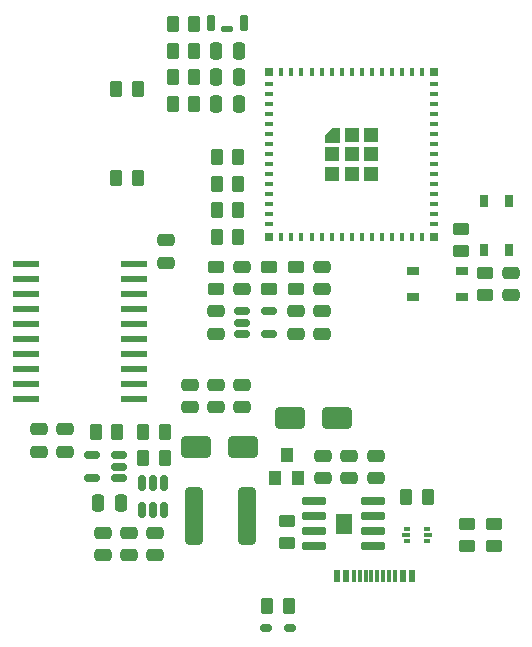
<source format=gbr>
%TF.GenerationSoftware,KiCad,Pcbnew,7.0.5*%
%TF.CreationDate,2024-05-30T23:49:04+02:00*%
%TF.ProjectId,Acoustifly,41636f75-7374-4696-966c-792e6b696361,rev?*%
%TF.SameCoordinates,Original*%
%TF.FileFunction,Paste,Top*%
%TF.FilePolarity,Positive*%
%FSLAX46Y46*%
G04 Gerber Fmt 4.6, Leading zero omitted, Abs format (unit mm)*
G04 Created by KiCad (PCBNEW 7.0.5) date 2024-05-30 23:49:04*
%MOMM*%
%LPD*%
G01*
G04 APERTURE LIST*
G04 Aperture macros list*
%AMRoundRect*
0 Rectangle with rounded corners*
0 $1 Rounding radius*
0 $2 $3 $4 $5 $6 $7 $8 $9 X,Y pos of 4 corners*
0 Add a 4 corners polygon primitive as box body*
4,1,4,$2,$3,$4,$5,$6,$7,$8,$9,$2,$3,0*
0 Add four circle primitives for the rounded corners*
1,1,$1+$1,$2,$3*
1,1,$1+$1,$4,$5*
1,1,$1+$1,$6,$7*
1,1,$1+$1,$8,$9*
0 Add four rect primitives between the rounded corners*
20,1,$1+$1,$2,$3,$4,$5,0*
20,1,$1+$1,$4,$5,$6,$7,0*
20,1,$1+$1,$6,$7,$8,$9,0*
20,1,$1+$1,$8,$9,$2,$3,0*%
G04 Aperture macros list end*
%ADD10C,0.010000*%
%ADD11RoundRect,0.250000X0.475000X-0.250000X0.475000X0.250000X-0.475000X0.250000X-0.475000X-0.250000X0*%
%ADD12RoundRect,0.250000X-0.262500X-0.450000X0.262500X-0.450000X0.262500X0.450000X-0.262500X0.450000X0*%
%ADD13RoundRect,0.250000X-0.450000X0.262500X-0.450000X-0.262500X0.450000X-0.262500X0.450000X0.262500X0*%
%ADD14RoundRect,0.250000X1.000000X0.650000X-1.000000X0.650000X-1.000000X-0.650000X1.000000X-0.650000X0*%
%ADD15RoundRect,0.150000X0.350000X0.150000X-0.350000X0.150000X-0.350000X-0.150000X0.350000X-0.150000X0*%
%ADD16RoundRect,0.150000X-0.150000X-0.555000X0.150000X-0.555000X0.150000X0.555000X-0.150000X0.555000X0*%
%ADD17RoundRect,0.107500X-0.432500X-0.107500X0.432500X-0.107500X0.432500X0.107500X-0.432500X0.107500X0*%
%ADD18RoundRect,0.250000X-0.475000X0.250000X-0.475000X-0.250000X0.475000X-0.250000X0.475000X0.250000X0*%
%ADD19R,1.000000X1.270000*%
%ADD20RoundRect,0.250000X-0.250000X-0.475000X0.250000X-0.475000X0.250000X0.475000X-0.250000X0.475000X0*%
%ADD21RoundRect,0.250000X0.262500X0.450000X-0.262500X0.450000X-0.262500X-0.450000X0.262500X-0.450000X0*%
%ADD22R,0.500000X0.375000*%
%ADD23R,0.650000X0.300000*%
%ADD24RoundRect,0.250000X0.450000X-0.262500X0.450000X0.262500X-0.450000X0.262500X-0.450000X-0.262500X0*%
%ADD25RoundRect,0.042000X0.943000X0.258000X-0.943000X0.258000X-0.943000X-0.258000X0.943000X-0.258000X0*%
%ADD26RoundRect,0.150000X0.512500X0.150000X-0.512500X0.150000X-0.512500X-0.150000X0.512500X-0.150000X0*%
%ADD27R,0.600000X1.140000*%
%ADD28R,0.300000X1.140000*%
%ADD29RoundRect,0.150000X-0.150000X0.512500X-0.150000X-0.512500X0.150000X-0.512500X0.150000X0.512500X0*%
%ADD30RoundRect,0.387500X-0.387500X2.062500X-0.387500X-2.062500X0.387500X-2.062500X0.387500X2.062500X0*%
%ADD31R,0.800000X0.400000*%
%ADD32R,0.400000X0.800000*%
%ADD33R,1.200000X1.200000*%
%ADD34R,0.800000X0.800000*%
%ADD35RoundRect,0.150000X-0.512500X-0.150000X0.512500X-0.150000X0.512500X0.150000X-0.512500X0.150000X0*%
%ADD36R,0.650000X1.050000*%
%ADD37R,1.050000X0.650000*%
%ADD38R,2.200000X0.600000*%
G04 APERTURE END LIST*
%TO.C,IC2*%
D10*
X30045000Y9780000D02*
X28755000Y9780000D01*
X28755000Y11420000D01*
X30045000Y11420000D01*
X30045000Y9780000D01*
G36*
X30045000Y9780000D02*
G01*
X28755000Y9780000D01*
X28755000Y11420000D01*
X30045000Y11420000D01*
X30045000Y9780000D01*
G37*
%TO.C,U3*%
X29050000Y42900000D02*
X27850000Y42900000D01*
X27850000Y43500000D01*
X28450000Y44100000D01*
X29050000Y44100000D01*
X29050000Y42900000D01*
G36*
X29050000Y42900000D02*
G01*
X27850000Y42900000D01*
X27850000Y43500000D01*
X28450000Y44100000D01*
X29050000Y44100000D01*
X29050000Y42900000D01*
G37*
%TD*%
D11*
%TO.C,C15*%
X14350000Y32650000D03*
X14350000Y34550000D03*
%TD*%
D12*
%TO.C,R15*%
X10187500Y47350000D03*
X12012500Y47350000D03*
%TD*%
D13*
%TO.C,R2*%
X24650000Y10762500D03*
X24650000Y8937500D03*
%TD*%
D14*
%TO.C,D4*%
X28850000Y19500000D03*
X24850000Y19500000D03*
%TD*%
D15*
%TO.C,D3*%
X24867500Y1732500D03*
X22867500Y1732500D03*
%TD*%
D11*
%TO.C,C22*%
X27600000Y26650000D03*
X27600000Y28550000D03*
%TD*%
%TO.C,C4*%
X20850000Y20450000D03*
X20850000Y22350000D03*
%TD*%
D16*
%TO.C,D5*%
X20950000Y52953483D03*
D17*
X19550000Y52453483D03*
D16*
X18150000Y52953483D03*
%TD*%
D14*
%TO.C,D2*%
X20900000Y17100000D03*
X16900000Y17100000D03*
%TD*%
D18*
%TO.C,C18*%
X29900000Y16300000D03*
X29900000Y14400000D03*
%TD*%
D19*
%TO.C,Q3*%
X23650000Y14400000D03*
X25550000Y14400000D03*
X24600000Y16400000D03*
%TD*%
D20*
%TO.C,C17*%
X18650000Y50600000D03*
X20550000Y50600000D03*
%TD*%
%TO.C,C20*%
X18650000Y46100000D03*
X20550000Y46100000D03*
%TD*%
D12*
%TO.C,R20*%
X14937500Y48350000D03*
X16762500Y48350000D03*
%TD*%
%TO.C,R1*%
X12437500Y18350000D03*
X14262500Y18350000D03*
%TD*%
%TO.C,R19*%
X14937500Y46100000D03*
X16762500Y46100000D03*
%TD*%
D18*
%TO.C,C11*%
X5850000Y18550000D03*
X5850000Y16650000D03*
%TD*%
D11*
%TO.C,C14*%
X25350000Y26650000D03*
X25350000Y28550000D03*
%TD*%
D21*
%TO.C,R18*%
X20512500Y34850000D03*
X18687500Y34850000D03*
%TD*%
D13*
%TO.C,R8*%
X42150000Y10512500D03*
X42150000Y8687500D03*
%TD*%
D18*
%TO.C,C1*%
X27650000Y16300000D03*
X27650000Y14400000D03*
%TD*%
%TO.C,C21*%
X27600000Y32300000D03*
X27600000Y30400000D03*
%TD*%
D21*
%TO.C,RSHUNT1*%
X10262500Y18350000D03*
X8437500Y18350000D03*
%TD*%
D22*
%TO.C,U1*%
X36500000Y9062500D03*
D23*
X36575000Y9600000D03*
D22*
X36500000Y10137500D03*
X34800000Y10137500D03*
D23*
X34725000Y9600000D03*
D22*
X34800000Y9062500D03*
%TD*%
D18*
%TO.C,C13*%
X18600000Y28550000D03*
X18600000Y26650000D03*
%TD*%
D24*
%TO.C,R14*%
X23100000Y30437500D03*
X23100000Y32262500D03*
%TD*%
D13*
%TO.C,R13*%
X25350000Y32262500D03*
X25350000Y30437500D03*
%TD*%
D25*
%TO.C,IC2*%
X31875000Y8695000D03*
X31875000Y9965000D03*
X31875000Y11235000D03*
X31875000Y12505000D03*
X26925000Y12505000D03*
X26925000Y11235000D03*
X26925000Y9965000D03*
X26925000Y8695000D03*
%TD*%
D21*
%TO.C,R21*%
X16762500Y52850000D03*
X14937500Y52850000D03*
%TD*%
D12*
%TO.C,R16*%
X10187500Y39850000D03*
X12012500Y39850000D03*
%TD*%
D18*
%TO.C,C10*%
X3600000Y18550000D03*
X3600000Y16650000D03*
%TD*%
D21*
%TO.C,R6*%
X24762500Y3600000D03*
X22937500Y3600000D03*
%TD*%
%TO.C,R22*%
X20512500Y39350000D03*
X18687500Y39350000D03*
%TD*%
D26*
%TO.C,U4*%
X10375000Y14450000D03*
X10375000Y15400000D03*
X10375000Y16350000D03*
X8100000Y16350000D03*
X8100000Y14450000D03*
%TD*%
D12*
%TO.C,R23*%
X14937500Y50600000D03*
X16762500Y50600000D03*
%TD*%
D21*
%TO.C,R12*%
X20512500Y41600000D03*
X18687500Y41600000D03*
%TD*%
D11*
%TO.C,C5*%
X18600000Y20450000D03*
X18600000Y22350000D03*
%TD*%
D18*
%TO.C,C6*%
X9050000Y9800000D03*
X9050000Y7900000D03*
%TD*%
D11*
%TO.C,C7*%
X16385000Y20450000D03*
X16385000Y22350000D03*
%TD*%
D27*
%TO.C,J3*%
X28825000Y6100000D03*
X29625000Y6100000D03*
D28*
X30775000Y6100000D03*
X31775000Y6100000D03*
X32275000Y6100000D03*
X33275000Y6100000D03*
D27*
X35225000Y6100000D03*
X34425000Y6100000D03*
D28*
X33775000Y6100000D03*
X32775000Y6100000D03*
X31275000Y6100000D03*
X30275000Y6100000D03*
%TD*%
D29*
%TO.C,U6*%
X14250000Y13987500D03*
X13300000Y13987500D03*
X12350000Y13987500D03*
X12350000Y11712500D03*
X13300000Y11712500D03*
X14250000Y11712500D03*
%TD*%
D24*
%TO.C,R7*%
X18600000Y30437500D03*
X18600000Y32262500D03*
%TD*%
D18*
%TO.C,C3*%
X13461250Y9800000D03*
X13461250Y7900000D03*
%TD*%
D30*
%TO.C,L1*%
X16775000Y11210000D03*
X21225000Y11210000D03*
%TD*%
D20*
%TO.C,C19*%
X18650000Y48350000D03*
X20550000Y48350000D03*
%TD*%
D24*
%TO.C,R17*%
X39350000Y33687500D03*
X39350000Y35512500D03*
%TD*%
D31*
%TO.C,U3*%
X23100000Y47800000D03*
X23100000Y46950000D03*
X23100000Y46100000D03*
X23100000Y45250000D03*
X23100000Y44400000D03*
X23100000Y43550000D03*
X23100000Y42700000D03*
X23100000Y41850000D03*
X23100000Y41000000D03*
X23100000Y40150000D03*
X23100000Y39300000D03*
X23100000Y38450000D03*
X23100000Y37600000D03*
X23100000Y36750000D03*
X23100000Y35900000D03*
D32*
X24150000Y34850000D03*
X25000000Y34850000D03*
X25850000Y34850000D03*
X26700000Y34850000D03*
X27550000Y34850000D03*
X28400000Y34850000D03*
X29250000Y34850000D03*
X30100000Y34850000D03*
X30950000Y34850000D03*
X31800000Y34850000D03*
X32650000Y34850000D03*
X33500000Y34850000D03*
X34350000Y34850000D03*
X35200000Y34850000D03*
X36050000Y34850000D03*
D31*
X37100000Y35900000D03*
X37100000Y36750000D03*
X37100000Y37600000D03*
X37100000Y38450000D03*
X37100000Y39300000D03*
X37100000Y40150000D03*
X37100000Y41000000D03*
X37100000Y41850000D03*
X37100000Y42700000D03*
X37100000Y43550000D03*
X37100000Y44400000D03*
X37100000Y45250000D03*
X37100000Y46100000D03*
X37100000Y46950000D03*
X37100000Y47800000D03*
D32*
X36050000Y48850000D03*
X35200000Y48850000D03*
X34350000Y48850000D03*
X33500000Y48850000D03*
X32650000Y48850000D03*
X31800000Y48850000D03*
X30950000Y48850000D03*
X30100000Y48850000D03*
X29250000Y48850000D03*
X28400000Y48850000D03*
X27550000Y48850000D03*
X26700000Y48850000D03*
X25850000Y48850000D03*
X25000000Y48850000D03*
X24150000Y48850000D03*
D33*
X30100000Y41850000D03*
X30100000Y43500000D03*
X31750000Y43500000D03*
X31750000Y41850000D03*
X31750000Y40200000D03*
X30100000Y40200000D03*
X28450000Y40200000D03*
X28450000Y41850000D03*
D34*
X23100000Y48850000D03*
X23100000Y34850000D03*
X37100000Y34850000D03*
X37100000Y48850000D03*
%TD*%
D35*
%TO.C,U2*%
X20825000Y28550000D03*
X20825000Y27600000D03*
X20825000Y26650000D03*
X23100000Y26650000D03*
X23100000Y28550000D03*
%TD*%
D36*
%TO.C,BOOT_SWITCH1*%
X41275000Y33775000D03*
X41275000Y37925000D03*
X43425000Y33775000D03*
X43425000Y37925000D03*
%TD*%
D37*
%TO.C,RESET_SWITCH1*%
X39425000Y29775000D03*
X35275000Y29775000D03*
X39425000Y31925000D03*
X35275000Y31925000D03*
%TD*%
D11*
%TO.C,C8*%
X20850000Y30400000D03*
X20850000Y32300000D03*
%TD*%
D12*
%TO.C,R4*%
X34737500Y12850000D03*
X36562500Y12850000D03*
%TD*%
D24*
%TO.C,R5*%
X39900000Y8687500D03*
X39900000Y10512500D03*
%TD*%
D18*
%TO.C,C2*%
X11238750Y9800000D03*
X11238750Y7900000D03*
%TD*%
D21*
%TO.C,R11*%
X20512500Y37100000D03*
X18687500Y37100000D03*
%TD*%
D38*
%TO.C,IC3*%
X2500000Y32565000D03*
X2500000Y31295000D03*
X2500000Y30025000D03*
X2500000Y28755000D03*
X2500000Y27485000D03*
X2500000Y26215000D03*
X2500000Y24945000D03*
X2500000Y23675000D03*
X2500000Y22405000D03*
X2500000Y21135000D03*
X11700000Y21135000D03*
X11700000Y22405000D03*
X11700000Y23675000D03*
X11700000Y24945000D03*
X11700000Y26215000D03*
X11700000Y27485000D03*
X11700000Y28755000D03*
X11700000Y30025000D03*
X11700000Y31295000D03*
X11700000Y32565000D03*
%TD*%
D18*
%TO.C,C16*%
X43600000Y31800000D03*
X43600000Y29900000D03*
%TD*%
D11*
%TO.C,C12*%
X32150000Y14400000D03*
X32150000Y16300000D03*
%TD*%
D20*
%TO.C,C9*%
X8650000Y12350000D03*
X10550000Y12350000D03*
%TD*%
D13*
%TO.C,R9*%
X41350000Y31762500D03*
X41350000Y29937500D03*
%TD*%
D21*
%TO.C,R3*%
X14262500Y16100000D03*
X12437500Y16100000D03*
%TD*%
M02*

</source>
